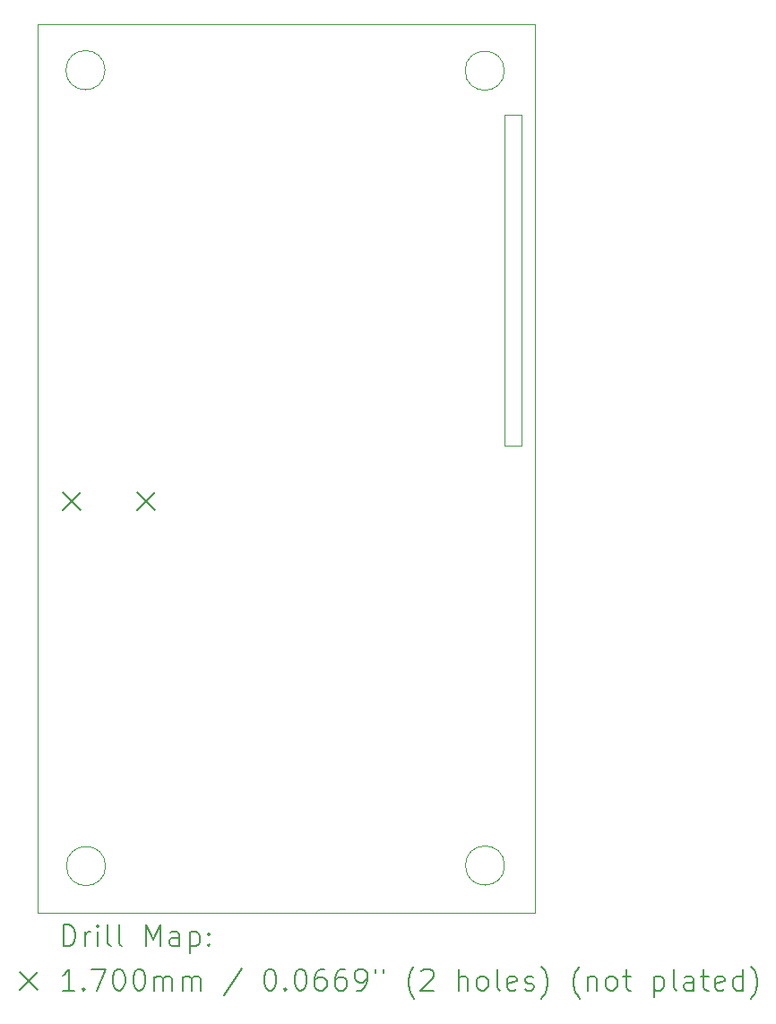
<source format=gbr>
%TF.GenerationSoftware,KiCad,Pcbnew,7.0.1*%
%TF.CreationDate,2023-09-27T13:20:47+00:00*%
%TF.ProjectId,SI4735,53493437-3335-42e6-9b69-6361645f7063,rev?*%
%TF.SameCoordinates,Original*%
%TF.FileFunction,Drillmap*%
%TF.FilePolarity,Positive*%
%FSLAX45Y45*%
G04 Gerber Fmt 4.5, Leading zero omitted, Abs format (unit mm)*
G04 Created by KiCad (PCBNEW 7.0.1) date 2023-09-27 13:20:47*
%MOMM*%
%LPD*%
G01*
G04 APERTURE LIST*
%ADD10C,0.050000*%
%ADD11C,0.200000*%
%ADD12C,0.170000*%
G04 APERTURE END LIST*
D10*
X16904814Y-8370000D02*
G75*
G03*
X16904814Y-8370000I-184814J0D01*
G01*
X13132314Y-8365000D02*
G75*
G03*
X13132314Y-8365000I-184814J0D01*
G01*
X13137500Y-15880000D02*
G75*
G03*
X13137500Y-15880000I-184814J0D01*
G01*
X16905000Y-8787500D02*
X17070000Y-8787500D01*
X17070000Y-11907500D01*
X16905000Y-11907500D01*
X16905000Y-8787500D01*
X16907314Y-15875000D02*
G75*
G03*
X16907314Y-15875000I-184814J0D01*
G01*
X12496500Y-7931500D02*
X17192500Y-7931500D01*
X17192500Y-16320000D01*
X12496500Y-16320000D01*
X12496500Y-7931500D01*
D11*
D12*
X12735000Y-12352500D02*
X12905000Y-12522500D01*
X12905000Y-12352500D02*
X12735000Y-12522500D01*
X13435000Y-12352500D02*
X13605000Y-12522500D01*
X13605000Y-12352500D02*
X13435000Y-12522500D01*
D11*
X12741119Y-16635024D02*
X12741119Y-16435024D01*
X12741119Y-16435024D02*
X12788738Y-16435024D01*
X12788738Y-16435024D02*
X12817309Y-16444548D01*
X12817309Y-16444548D02*
X12836357Y-16463595D01*
X12836357Y-16463595D02*
X12845881Y-16482643D01*
X12845881Y-16482643D02*
X12855405Y-16520738D01*
X12855405Y-16520738D02*
X12855405Y-16549309D01*
X12855405Y-16549309D02*
X12845881Y-16587405D01*
X12845881Y-16587405D02*
X12836357Y-16606452D01*
X12836357Y-16606452D02*
X12817309Y-16625500D01*
X12817309Y-16625500D02*
X12788738Y-16635024D01*
X12788738Y-16635024D02*
X12741119Y-16635024D01*
X12941119Y-16635024D02*
X12941119Y-16501690D01*
X12941119Y-16539786D02*
X12950643Y-16520738D01*
X12950643Y-16520738D02*
X12960167Y-16511214D01*
X12960167Y-16511214D02*
X12979214Y-16501690D01*
X12979214Y-16501690D02*
X12998262Y-16501690D01*
X13064928Y-16635024D02*
X13064928Y-16501690D01*
X13064928Y-16435024D02*
X13055405Y-16444548D01*
X13055405Y-16444548D02*
X13064928Y-16454071D01*
X13064928Y-16454071D02*
X13074452Y-16444548D01*
X13074452Y-16444548D02*
X13064928Y-16435024D01*
X13064928Y-16435024D02*
X13064928Y-16454071D01*
X13188738Y-16635024D02*
X13169690Y-16625500D01*
X13169690Y-16625500D02*
X13160167Y-16606452D01*
X13160167Y-16606452D02*
X13160167Y-16435024D01*
X13293500Y-16635024D02*
X13274452Y-16625500D01*
X13274452Y-16625500D02*
X13264928Y-16606452D01*
X13264928Y-16606452D02*
X13264928Y-16435024D01*
X13522071Y-16635024D02*
X13522071Y-16435024D01*
X13522071Y-16435024D02*
X13588738Y-16577881D01*
X13588738Y-16577881D02*
X13655405Y-16435024D01*
X13655405Y-16435024D02*
X13655405Y-16635024D01*
X13836357Y-16635024D02*
X13836357Y-16530262D01*
X13836357Y-16530262D02*
X13826833Y-16511214D01*
X13826833Y-16511214D02*
X13807786Y-16501690D01*
X13807786Y-16501690D02*
X13769690Y-16501690D01*
X13769690Y-16501690D02*
X13750643Y-16511214D01*
X13836357Y-16625500D02*
X13817309Y-16635024D01*
X13817309Y-16635024D02*
X13769690Y-16635024D01*
X13769690Y-16635024D02*
X13750643Y-16625500D01*
X13750643Y-16625500D02*
X13741119Y-16606452D01*
X13741119Y-16606452D02*
X13741119Y-16587405D01*
X13741119Y-16587405D02*
X13750643Y-16568357D01*
X13750643Y-16568357D02*
X13769690Y-16558833D01*
X13769690Y-16558833D02*
X13817309Y-16558833D01*
X13817309Y-16558833D02*
X13836357Y-16549309D01*
X13931595Y-16501690D02*
X13931595Y-16701690D01*
X13931595Y-16511214D02*
X13950643Y-16501690D01*
X13950643Y-16501690D02*
X13988738Y-16501690D01*
X13988738Y-16501690D02*
X14007786Y-16511214D01*
X14007786Y-16511214D02*
X14017309Y-16520738D01*
X14017309Y-16520738D02*
X14026833Y-16539786D01*
X14026833Y-16539786D02*
X14026833Y-16596928D01*
X14026833Y-16596928D02*
X14017309Y-16615976D01*
X14017309Y-16615976D02*
X14007786Y-16625500D01*
X14007786Y-16625500D02*
X13988738Y-16635024D01*
X13988738Y-16635024D02*
X13950643Y-16635024D01*
X13950643Y-16635024D02*
X13931595Y-16625500D01*
X14112548Y-16615976D02*
X14122071Y-16625500D01*
X14122071Y-16625500D02*
X14112548Y-16635024D01*
X14112548Y-16635024D02*
X14103024Y-16625500D01*
X14103024Y-16625500D02*
X14112548Y-16615976D01*
X14112548Y-16615976D02*
X14112548Y-16635024D01*
X14112548Y-16511214D02*
X14122071Y-16520738D01*
X14122071Y-16520738D02*
X14112548Y-16530262D01*
X14112548Y-16530262D02*
X14103024Y-16520738D01*
X14103024Y-16520738D02*
X14112548Y-16511214D01*
X14112548Y-16511214D02*
X14112548Y-16530262D01*
D12*
X12323500Y-16877500D02*
X12493500Y-17047500D01*
X12493500Y-16877500D02*
X12323500Y-17047500D01*
D11*
X12845881Y-17055024D02*
X12731595Y-17055024D01*
X12788738Y-17055024D02*
X12788738Y-16855024D01*
X12788738Y-16855024D02*
X12769690Y-16883595D01*
X12769690Y-16883595D02*
X12750643Y-16902643D01*
X12750643Y-16902643D02*
X12731595Y-16912167D01*
X12931595Y-17035976D02*
X12941119Y-17045500D01*
X12941119Y-17045500D02*
X12931595Y-17055024D01*
X12931595Y-17055024D02*
X12922071Y-17045500D01*
X12922071Y-17045500D02*
X12931595Y-17035976D01*
X12931595Y-17035976D02*
X12931595Y-17055024D01*
X13007786Y-16855024D02*
X13141119Y-16855024D01*
X13141119Y-16855024D02*
X13055405Y-17055024D01*
X13255405Y-16855024D02*
X13274452Y-16855024D01*
X13274452Y-16855024D02*
X13293500Y-16864548D01*
X13293500Y-16864548D02*
X13303024Y-16874071D01*
X13303024Y-16874071D02*
X13312548Y-16893119D01*
X13312548Y-16893119D02*
X13322071Y-16931214D01*
X13322071Y-16931214D02*
X13322071Y-16978833D01*
X13322071Y-16978833D02*
X13312548Y-17016929D01*
X13312548Y-17016929D02*
X13303024Y-17035976D01*
X13303024Y-17035976D02*
X13293500Y-17045500D01*
X13293500Y-17045500D02*
X13274452Y-17055024D01*
X13274452Y-17055024D02*
X13255405Y-17055024D01*
X13255405Y-17055024D02*
X13236357Y-17045500D01*
X13236357Y-17045500D02*
X13226833Y-17035976D01*
X13226833Y-17035976D02*
X13217309Y-17016929D01*
X13217309Y-17016929D02*
X13207786Y-16978833D01*
X13207786Y-16978833D02*
X13207786Y-16931214D01*
X13207786Y-16931214D02*
X13217309Y-16893119D01*
X13217309Y-16893119D02*
X13226833Y-16874071D01*
X13226833Y-16874071D02*
X13236357Y-16864548D01*
X13236357Y-16864548D02*
X13255405Y-16855024D01*
X13445881Y-16855024D02*
X13464929Y-16855024D01*
X13464929Y-16855024D02*
X13483976Y-16864548D01*
X13483976Y-16864548D02*
X13493500Y-16874071D01*
X13493500Y-16874071D02*
X13503024Y-16893119D01*
X13503024Y-16893119D02*
X13512548Y-16931214D01*
X13512548Y-16931214D02*
X13512548Y-16978833D01*
X13512548Y-16978833D02*
X13503024Y-17016929D01*
X13503024Y-17016929D02*
X13493500Y-17035976D01*
X13493500Y-17035976D02*
X13483976Y-17045500D01*
X13483976Y-17045500D02*
X13464929Y-17055024D01*
X13464929Y-17055024D02*
X13445881Y-17055024D01*
X13445881Y-17055024D02*
X13426833Y-17045500D01*
X13426833Y-17045500D02*
X13417309Y-17035976D01*
X13417309Y-17035976D02*
X13407786Y-17016929D01*
X13407786Y-17016929D02*
X13398262Y-16978833D01*
X13398262Y-16978833D02*
X13398262Y-16931214D01*
X13398262Y-16931214D02*
X13407786Y-16893119D01*
X13407786Y-16893119D02*
X13417309Y-16874071D01*
X13417309Y-16874071D02*
X13426833Y-16864548D01*
X13426833Y-16864548D02*
X13445881Y-16855024D01*
X13598262Y-17055024D02*
X13598262Y-16921690D01*
X13598262Y-16940738D02*
X13607786Y-16931214D01*
X13607786Y-16931214D02*
X13626833Y-16921690D01*
X13626833Y-16921690D02*
X13655405Y-16921690D01*
X13655405Y-16921690D02*
X13674452Y-16931214D01*
X13674452Y-16931214D02*
X13683976Y-16950262D01*
X13683976Y-16950262D02*
X13683976Y-17055024D01*
X13683976Y-16950262D02*
X13693500Y-16931214D01*
X13693500Y-16931214D02*
X13712548Y-16921690D01*
X13712548Y-16921690D02*
X13741119Y-16921690D01*
X13741119Y-16921690D02*
X13760167Y-16931214D01*
X13760167Y-16931214D02*
X13769690Y-16950262D01*
X13769690Y-16950262D02*
X13769690Y-17055024D01*
X13864929Y-17055024D02*
X13864929Y-16921690D01*
X13864929Y-16940738D02*
X13874452Y-16931214D01*
X13874452Y-16931214D02*
X13893500Y-16921690D01*
X13893500Y-16921690D02*
X13922071Y-16921690D01*
X13922071Y-16921690D02*
X13941119Y-16931214D01*
X13941119Y-16931214D02*
X13950643Y-16950262D01*
X13950643Y-16950262D02*
X13950643Y-17055024D01*
X13950643Y-16950262D02*
X13960167Y-16931214D01*
X13960167Y-16931214D02*
X13979214Y-16921690D01*
X13979214Y-16921690D02*
X14007786Y-16921690D01*
X14007786Y-16921690D02*
X14026833Y-16931214D01*
X14026833Y-16931214D02*
X14036357Y-16950262D01*
X14036357Y-16950262D02*
X14036357Y-17055024D01*
X14426833Y-16845500D02*
X14255405Y-17102643D01*
X14683976Y-16855024D02*
X14703024Y-16855024D01*
X14703024Y-16855024D02*
X14722072Y-16864548D01*
X14722072Y-16864548D02*
X14731595Y-16874071D01*
X14731595Y-16874071D02*
X14741119Y-16893119D01*
X14741119Y-16893119D02*
X14750643Y-16931214D01*
X14750643Y-16931214D02*
X14750643Y-16978833D01*
X14750643Y-16978833D02*
X14741119Y-17016929D01*
X14741119Y-17016929D02*
X14731595Y-17035976D01*
X14731595Y-17035976D02*
X14722072Y-17045500D01*
X14722072Y-17045500D02*
X14703024Y-17055024D01*
X14703024Y-17055024D02*
X14683976Y-17055024D01*
X14683976Y-17055024D02*
X14664929Y-17045500D01*
X14664929Y-17045500D02*
X14655405Y-17035976D01*
X14655405Y-17035976D02*
X14645881Y-17016929D01*
X14645881Y-17016929D02*
X14636357Y-16978833D01*
X14636357Y-16978833D02*
X14636357Y-16931214D01*
X14636357Y-16931214D02*
X14645881Y-16893119D01*
X14645881Y-16893119D02*
X14655405Y-16874071D01*
X14655405Y-16874071D02*
X14664929Y-16864548D01*
X14664929Y-16864548D02*
X14683976Y-16855024D01*
X14836357Y-17035976D02*
X14845881Y-17045500D01*
X14845881Y-17045500D02*
X14836357Y-17055024D01*
X14836357Y-17055024D02*
X14826833Y-17045500D01*
X14826833Y-17045500D02*
X14836357Y-17035976D01*
X14836357Y-17035976D02*
X14836357Y-17055024D01*
X14969691Y-16855024D02*
X14988738Y-16855024D01*
X14988738Y-16855024D02*
X15007786Y-16864548D01*
X15007786Y-16864548D02*
X15017310Y-16874071D01*
X15017310Y-16874071D02*
X15026833Y-16893119D01*
X15026833Y-16893119D02*
X15036357Y-16931214D01*
X15036357Y-16931214D02*
X15036357Y-16978833D01*
X15036357Y-16978833D02*
X15026833Y-17016929D01*
X15026833Y-17016929D02*
X15017310Y-17035976D01*
X15017310Y-17035976D02*
X15007786Y-17045500D01*
X15007786Y-17045500D02*
X14988738Y-17055024D01*
X14988738Y-17055024D02*
X14969691Y-17055024D01*
X14969691Y-17055024D02*
X14950643Y-17045500D01*
X14950643Y-17045500D02*
X14941119Y-17035976D01*
X14941119Y-17035976D02*
X14931595Y-17016929D01*
X14931595Y-17016929D02*
X14922072Y-16978833D01*
X14922072Y-16978833D02*
X14922072Y-16931214D01*
X14922072Y-16931214D02*
X14931595Y-16893119D01*
X14931595Y-16893119D02*
X14941119Y-16874071D01*
X14941119Y-16874071D02*
X14950643Y-16864548D01*
X14950643Y-16864548D02*
X14969691Y-16855024D01*
X15207786Y-16855024D02*
X15169691Y-16855024D01*
X15169691Y-16855024D02*
X15150643Y-16864548D01*
X15150643Y-16864548D02*
X15141119Y-16874071D01*
X15141119Y-16874071D02*
X15122072Y-16902643D01*
X15122072Y-16902643D02*
X15112548Y-16940738D01*
X15112548Y-16940738D02*
X15112548Y-17016929D01*
X15112548Y-17016929D02*
X15122072Y-17035976D01*
X15122072Y-17035976D02*
X15131595Y-17045500D01*
X15131595Y-17045500D02*
X15150643Y-17055024D01*
X15150643Y-17055024D02*
X15188738Y-17055024D01*
X15188738Y-17055024D02*
X15207786Y-17045500D01*
X15207786Y-17045500D02*
X15217310Y-17035976D01*
X15217310Y-17035976D02*
X15226833Y-17016929D01*
X15226833Y-17016929D02*
X15226833Y-16969310D01*
X15226833Y-16969310D02*
X15217310Y-16950262D01*
X15217310Y-16950262D02*
X15207786Y-16940738D01*
X15207786Y-16940738D02*
X15188738Y-16931214D01*
X15188738Y-16931214D02*
X15150643Y-16931214D01*
X15150643Y-16931214D02*
X15131595Y-16940738D01*
X15131595Y-16940738D02*
X15122072Y-16950262D01*
X15122072Y-16950262D02*
X15112548Y-16969310D01*
X15398262Y-16855024D02*
X15360167Y-16855024D01*
X15360167Y-16855024D02*
X15341119Y-16864548D01*
X15341119Y-16864548D02*
X15331595Y-16874071D01*
X15331595Y-16874071D02*
X15312548Y-16902643D01*
X15312548Y-16902643D02*
X15303024Y-16940738D01*
X15303024Y-16940738D02*
X15303024Y-17016929D01*
X15303024Y-17016929D02*
X15312548Y-17035976D01*
X15312548Y-17035976D02*
X15322072Y-17045500D01*
X15322072Y-17045500D02*
X15341119Y-17055024D01*
X15341119Y-17055024D02*
X15379214Y-17055024D01*
X15379214Y-17055024D02*
X15398262Y-17045500D01*
X15398262Y-17045500D02*
X15407786Y-17035976D01*
X15407786Y-17035976D02*
X15417310Y-17016929D01*
X15417310Y-17016929D02*
X15417310Y-16969310D01*
X15417310Y-16969310D02*
X15407786Y-16950262D01*
X15407786Y-16950262D02*
X15398262Y-16940738D01*
X15398262Y-16940738D02*
X15379214Y-16931214D01*
X15379214Y-16931214D02*
X15341119Y-16931214D01*
X15341119Y-16931214D02*
X15322072Y-16940738D01*
X15322072Y-16940738D02*
X15312548Y-16950262D01*
X15312548Y-16950262D02*
X15303024Y-16969310D01*
X15512548Y-17055024D02*
X15550643Y-17055024D01*
X15550643Y-17055024D02*
X15569691Y-17045500D01*
X15569691Y-17045500D02*
X15579214Y-17035976D01*
X15579214Y-17035976D02*
X15598262Y-17007405D01*
X15598262Y-17007405D02*
X15607786Y-16969310D01*
X15607786Y-16969310D02*
X15607786Y-16893119D01*
X15607786Y-16893119D02*
X15598262Y-16874071D01*
X15598262Y-16874071D02*
X15588738Y-16864548D01*
X15588738Y-16864548D02*
X15569691Y-16855024D01*
X15569691Y-16855024D02*
X15531595Y-16855024D01*
X15531595Y-16855024D02*
X15512548Y-16864548D01*
X15512548Y-16864548D02*
X15503024Y-16874071D01*
X15503024Y-16874071D02*
X15493500Y-16893119D01*
X15493500Y-16893119D02*
X15493500Y-16940738D01*
X15493500Y-16940738D02*
X15503024Y-16959786D01*
X15503024Y-16959786D02*
X15512548Y-16969310D01*
X15512548Y-16969310D02*
X15531595Y-16978833D01*
X15531595Y-16978833D02*
X15569691Y-16978833D01*
X15569691Y-16978833D02*
X15588738Y-16969310D01*
X15588738Y-16969310D02*
X15598262Y-16959786D01*
X15598262Y-16959786D02*
X15607786Y-16940738D01*
X15683976Y-16855024D02*
X15683976Y-16893119D01*
X15760167Y-16855024D02*
X15760167Y-16893119D01*
X16055405Y-17131214D02*
X16045881Y-17121690D01*
X16045881Y-17121690D02*
X16026834Y-17093119D01*
X16026834Y-17093119D02*
X16017310Y-17074071D01*
X16017310Y-17074071D02*
X16007786Y-17045500D01*
X16007786Y-17045500D02*
X15998262Y-16997881D01*
X15998262Y-16997881D02*
X15998262Y-16959786D01*
X15998262Y-16959786D02*
X16007786Y-16912167D01*
X16007786Y-16912167D02*
X16017310Y-16883595D01*
X16017310Y-16883595D02*
X16026834Y-16864548D01*
X16026834Y-16864548D02*
X16045881Y-16835976D01*
X16045881Y-16835976D02*
X16055405Y-16826452D01*
X16122072Y-16874071D02*
X16131595Y-16864548D01*
X16131595Y-16864548D02*
X16150643Y-16855024D01*
X16150643Y-16855024D02*
X16198262Y-16855024D01*
X16198262Y-16855024D02*
X16217310Y-16864548D01*
X16217310Y-16864548D02*
X16226834Y-16874071D01*
X16226834Y-16874071D02*
X16236357Y-16893119D01*
X16236357Y-16893119D02*
X16236357Y-16912167D01*
X16236357Y-16912167D02*
X16226834Y-16940738D01*
X16226834Y-16940738D02*
X16112548Y-17055024D01*
X16112548Y-17055024D02*
X16236357Y-17055024D01*
X16474453Y-17055024D02*
X16474453Y-16855024D01*
X16560167Y-17055024D02*
X16560167Y-16950262D01*
X16560167Y-16950262D02*
X16550643Y-16931214D01*
X16550643Y-16931214D02*
X16531596Y-16921690D01*
X16531596Y-16921690D02*
X16503024Y-16921690D01*
X16503024Y-16921690D02*
X16483976Y-16931214D01*
X16483976Y-16931214D02*
X16474453Y-16940738D01*
X16683976Y-17055024D02*
X16664929Y-17045500D01*
X16664929Y-17045500D02*
X16655405Y-17035976D01*
X16655405Y-17035976D02*
X16645881Y-17016929D01*
X16645881Y-17016929D02*
X16645881Y-16959786D01*
X16645881Y-16959786D02*
X16655405Y-16940738D01*
X16655405Y-16940738D02*
X16664929Y-16931214D01*
X16664929Y-16931214D02*
X16683976Y-16921690D01*
X16683976Y-16921690D02*
X16712548Y-16921690D01*
X16712548Y-16921690D02*
X16731596Y-16931214D01*
X16731596Y-16931214D02*
X16741119Y-16940738D01*
X16741119Y-16940738D02*
X16750643Y-16959786D01*
X16750643Y-16959786D02*
X16750643Y-17016929D01*
X16750643Y-17016929D02*
X16741119Y-17035976D01*
X16741119Y-17035976D02*
X16731596Y-17045500D01*
X16731596Y-17045500D02*
X16712548Y-17055024D01*
X16712548Y-17055024D02*
X16683976Y-17055024D01*
X16864929Y-17055024D02*
X16845881Y-17045500D01*
X16845881Y-17045500D02*
X16836358Y-17026452D01*
X16836358Y-17026452D02*
X16836358Y-16855024D01*
X17017310Y-17045500D02*
X16998262Y-17055024D01*
X16998262Y-17055024D02*
X16960167Y-17055024D01*
X16960167Y-17055024D02*
X16941119Y-17045500D01*
X16941119Y-17045500D02*
X16931596Y-17026452D01*
X16931596Y-17026452D02*
X16931596Y-16950262D01*
X16931596Y-16950262D02*
X16941119Y-16931214D01*
X16941119Y-16931214D02*
X16960167Y-16921690D01*
X16960167Y-16921690D02*
X16998262Y-16921690D01*
X16998262Y-16921690D02*
X17017310Y-16931214D01*
X17017310Y-16931214D02*
X17026834Y-16950262D01*
X17026834Y-16950262D02*
X17026834Y-16969310D01*
X17026834Y-16969310D02*
X16931596Y-16988357D01*
X17103024Y-17045500D02*
X17122072Y-17055024D01*
X17122072Y-17055024D02*
X17160167Y-17055024D01*
X17160167Y-17055024D02*
X17179215Y-17045500D01*
X17179215Y-17045500D02*
X17188739Y-17026452D01*
X17188739Y-17026452D02*
X17188739Y-17016929D01*
X17188739Y-17016929D02*
X17179215Y-16997881D01*
X17179215Y-16997881D02*
X17160167Y-16988357D01*
X17160167Y-16988357D02*
X17131596Y-16988357D01*
X17131596Y-16988357D02*
X17112548Y-16978833D01*
X17112548Y-16978833D02*
X17103024Y-16959786D01*
X17103024Y-16959786D02*
X17103024Y-16950262D01*
X17103024Y-16950262D02*
X17112548Y-16931214D01*
X17112548Y-16931214D02*
X17131596Y-16921690D01*
X17131596Y-16921690D02*
X17160167Y-16921690D01*
X17160167Y-16921690D02*
X17179215Y-16931214D01*
X17255405Y-17131214D02*
X17264929Y-17121690D01*
X17264929Y-17121690D02*
X17283977Y-17093119D01*
X17283977Y-17093119D02*
X17293500Y-17074071D01*
X17293500Y-17074071D02*
X17303024Y-17045500D01*
X17303024Y-17045500D02*
X17312548Y-16997881D01*
X17312548Y-16997881D02*
X17312548Y-16959786D01*
X17312548Y-16959786D02*
X17303024Y-16912167D01*
X17303024Y-16912167D02*
X17293500Y-16883595D01*
X17293500Y-16883595D02*
X17283977Y-16864548D01*
X17283977Y-16864548D02*
X17264929Y-16835976D01*
X17264929Y-16835976D02*
X17255405Y-16826452D01*
X17617310Y-17131214D02*
X17607786Y-17121690D01*
X17607786Y-17121690D02*
X17588739Y-17093119D01*
X17588739Y-17093119D02*
X17579215Y-17074071D01*
X17579215Y-17074071D02*
X17569691Y-17045500D01*
X17569691Y-17045500D02*
X17560167Y-16997881D01*
X17560167Y-16997881D02*
X17560167Y-16959786D01*
X17560167Y-16959786D02*
X17569691Y-16912167D01*
X17569691Y-16912167D02*
X17579215Y-16883595D01*
X17579215Y-16883595D02*
X17588739Y-16864548D01*
X17588739Y-16864548D02*
X17607786Y-16835976D01*
X17607786Y-16835976D02*
X17617310Y-16826452D01*
X17693500Y-16921690D02*
X17693500Y-17055024D01*
X17693500Y-16940738D02*
X17703024Y-16931214D01*
X17703024Y-16931214D02*
X17722072Y-16921690D01*
X17722072Y-16921690D02*
X17750643Y-16921690D01*
X17750643Y-16921690D02*
X17769691Y-16931214D01*
X17769691Y-16931214D02*
X17779215Y-16950262D01*
X17779215Y-16950262D02*
X17779215Y-17055024D01*
X17903024Y-17055024D02*
X17883977Y-17045500D01*
X17883977Y-17045500D02*
X17874453Y-17035976D01*
X17874453Y-17035976D02*
X17864929Y-17016929D01*
X17864929Y-17016929D02*
X17864929Y-16959786D01*
X17864929Y-16959786D02*
X17874453Y-16940738D01*
X17874453Y-16940738D02*
X17883977Y-16931214D01*
X17883977Y-16931214D02*
X17903024Y-16921690D01*
X17903024Y-16921690D02*
X17931596Y-16921690D01*
X17931596Y-16921690D02*
X17950643Y-16931214D01*
X17950643Y-16931214D02*
X17960167Y-16940738D01*
X17960167Y-16940738D02*
X17969691Y-16959786D01*
X17969691Y-16959786D02*
X17969691Y-17016929D01*
X17969691Y-17016929D02*
X17960167Y-17035976D01*
X17960167Y-17035976D02*
X17950643Y-17045500D01*
X17950643Y-17045500D02*
X17931596Y-17055024D01*
X17931596Y-17055024D02*
X17903024Y-17055024D01*
X18026834Y-16921690D02*
X18103024Y-16921690D01*
X18055405Y-16855024D02*
X18055405Y-17026452D01*
X18055405Y-17026452D02*
X18064929Y-17045500D01*
X18064929Y-17045500D02*
X18083977Y-17055024D01*
X18083977Y-17055024D02*
X18103024Y-17055024D01*
X18322072Y-16921690D02*
X18322072Y-17121690D01*
X18322072Y-16931214D02*
X18341120Y-16921690D01*
X18341120Y-16921690D02*
X18379215Y-16921690D01*
X18379215Y-16921690D02*
X18398262Y-16931214D01*
X18398262Y-16931214D02*
X18407786Y-16940738D01*
X18407786Y-16940738D02*
X18417310Y-16959786D01*
X18417310Y-16959786D02*
X18417310Y-17016929D01*
X18417310Y-17016929D02*
X18407786Y-17035976D01*
X18407786Y-17035976D02*
X18398262Y-17045500D01*
X18398262Y-17045500D02*
X18379215Y-17055024D01*
X18379215Y-17055024D02*
X18341120Y-17055024D01*
X18341120Y-17055024D02*
X18322072Y-17045500D01*
X18531596Y-17055024D02*
X18512548Y-17045500D01*
X18512548Y-17045500D02*
X18503024Y-17026452D01*
X18503024Y-17026452D02*
X18503024Y-16855024D01*
X18693501Y-17055024D02*
X18693501Y-16950262D01*
X18693501Y-16950262D02*
X18683977Y-16931214D01*
X18683977Y-16931214D02*
X18664929Y-16921690D01*
X18664929Y-16921690D02*
X18626834Y-16921690D01*
X18626834Y-16921690D02*
X18607786Y-16931214D01*
X18693501Y-17045500D02*
X18674453Y-17055024D01*
X18674453Y-17055024D02*
X18626834Y-17055024D01*
X18626834Y-17055024D02*
X18607786Y-17045500D01*
X18607786Y-17045500D02*
X18598262Y-17026452D01*
X18598262Y-17026452D02*
X18598262Y-17007405D01*
X18598262Y-17007405D02*
X18607786Y-16988357D01*
X18607786Y-16988357D02*
X18626834Y-16978833D01*
X18626834Y-16978833D02*
X18674453Y-16978833D01*
X18674453Y-16978833D02*
X18693501Y-16969310D01*
X18760167Y-16921690D02*
X18836358Y-16921690D01*
X18788739Y-16855024D02*
X18788739Y-17026452D01*
X18788739Y-17026452D02*
X18798262Y-17045500D01*
X18798262Y-17045500D02*
X18817310Y-17055024D01*
X18817310Y-17055024D02*
X18836358Y-17055024D01*
X18979215Y-17045500D02*
X18960167Y-17055024D01*
X18960167Y-17055024D02*
X18922072Y-17055024D01*
X18922072Y-17055024D02*
X18903024Y-17045500D01*
X18903024Y-17045500D02*
X18893501Y-17026452D01*
X18893501Y-17026452D02*
X18893501Y-16950262D01*
X18893501Y-16950262D02*
X18903024Y-16931214D01*
X18903024Y-16931214D02*
X18922072Y-16921690D01*
X18922072Y-16921690D02*
X18960167Y-16921690D01*
X18960167Y-16921690D02*
X18979215Y-16931214D01*
X18979215Y-16931214D02*
X18988739Y-16950262D01*
X18988739Y-16950262D02*
X18988739Y-16969310D01*
X18988739Y-16969310D02*
X18893501Y-16988357D01*
X19160167Y-17055024D02*
X19160167Y-16855024D01*
X19160167Y-17045500D02*
X19141120Y-17055024D01*
X19141120Y-17055024D02*
X19103024Y-17055024D01*
X19103024Y-17055024D02*
X19083977Y-17045500D01*
X19083977Y-17045500D02*
X19074453Y-17035976D01*
X19074453Y-17035976D02*
X19064929Y-17016929D01*
X19064929Y-17016929D02*
X19064929Y-16959786D01*
X19064929Y-16959786D02*
X19074453Y-16940738D01*
X19074453Y-16940738D02*
X19083977Y-16931214D01*
X19083977Y-16931214D02*
X19103024Y-16921690D01*
X19103024Y-16921690D02*
X19141120Y-16921690D01*
X19141120Y-16921690D02*
X19160167Y-16931214D01*
X19236358Y-17131214D02*
X19245882Y-17121690D01*
X19245882Y-17121690D02*
X19264929Y-17093119D01*
X19264929Y-17093119D02*
X19274453Y-17074071D01*
X19274453Y-17074071D02*
X19283977Y-17045500D01*
X19283977Y-17045500D02*
X19293501Y-16997881D01*
X19293501Y-16997881D02*
X19293501Y-16959786D01*
X19293501Y-16959786D02*
X19283977Y-16912167D01*
X19283977Y-16912167D02*
X19274453Y-16883595D01*
X19274453Y-16883595D02*
X19264929Y-16864548D01*
X19264929Y-16864548D02*
X19245882Y-16835976D01*
X19245882Y-16835976D02*
X19236358Y-16826452D01*
M02*

</source>
